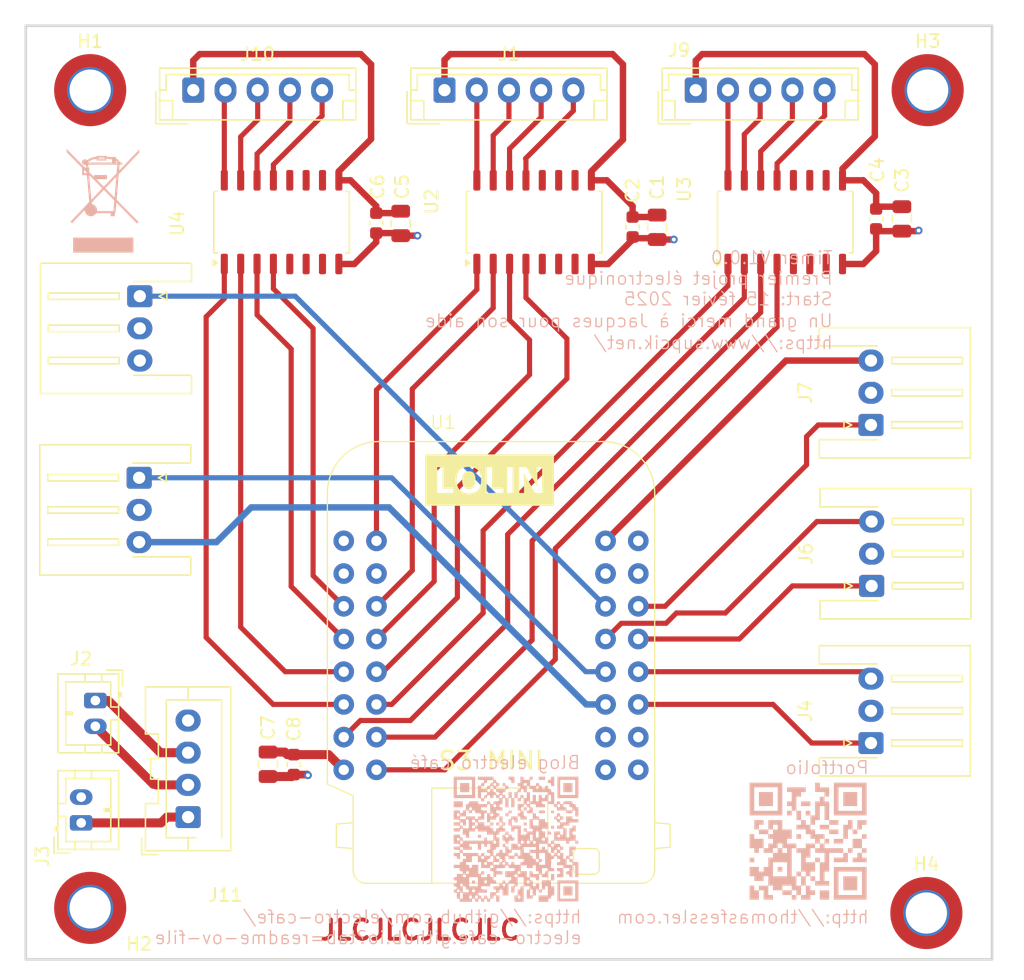
<source format=kicad_pcb>
(kicad_pcb (version 20241229) (generator "pcbnew") (generator_version "9.0")
  (layers (0 "F.Cu" signal) (4 "In1.Cu" signal) (6 "In2.Cu" signal) (2 "B.Cu" signal) (13 "F.Paste" user) (15 "B.Paste" user) (5 "F.SilkS" user "F.Silkscreen") (7 "B.SilkS" user "B.Silkscreen") (1 "F.Mask" user) (3 "B.Mask" user) (25 "Edge.Cuts" user))
  (net 0 "")
  (net 1 "GND")
  (net 2 "WS2812_Led")
  (net 3 "+5V")
  (net 4 "M1D")
  (net 5 "M1A")
  (net 6 "M1C")
  (net 7 "M1B")
  (net 8 "Net-(U3-O1)")
  (net 9 "Net-(U3-O2)")
  (net 10 "Net-(U3-O3)")
  (net 11 "Net-(U3-O4)")
  (net 12 "Net-(U4-O1)")
  (net 13 "Net-(U4-O3)")
  (net 14 "Net-(U4-O2)")
  (net 15 "Net-(U4-O4)")
  (net 16 "Switch_Led_control_Down")
  (net 17 "M2A")
  (net 18 "M3C")
  (net 19 "M3B")
  (net 20 "Switch_motor_1_Down")
  (net 21 "M2B")
  (net 22 "Switch_motor_3_Down")
  (net 23 "Switch_motor_3_Up")
  (net 24 "Switch_motor_2_Up")
  (net 25 "Switch_motor_2_Down")
  (net 26 "Switch_Led_control_Up")
  (net 27 "M3D")
  (net 28 "M2C")
  (net 29 "M3A")
  (net 30 "M2D")
  (net 31 "Switch_motor_1_Up")
  (net 44 "Net-(U2-O1)")
  (net 45 "Net-(U2-O4)")
  (net 46 "Net-(U2-O3)")
  (net 47 "Net-(U2-O2)")
  (net 62 "-BATT")
  (net 63 "+BATT")
  (net 64 "On{slash}off")
  (footprint "MountingHole:MountingHole_3.2mm_M3_DIN965_Pad_TopOnly" (layer "F.Cu") (at 120 45)
    (property "Reference" "H3" (at 0 -3.8 0) (layer "F.SilkS"))
    (property "Value" "MountingHole" (hide yes))
    (pad "1" thru_hole circle (at 0 0) (size 3.6 3.6) (drill 3.2) (layers "*.Cu" "*.Mask"))
    (pad "1" connect circle (at 0 0) (size 5.6 5.6) (layers "F.Cu" "F.Mask"))
  )
  (footprint "Capacitor_SMD:C_0805_2012Metric" (layer "F.Cu") (at 68.8 97.35 -90)
    (property "Reference" "C7" (at -2.85 0 90) (layer "F.SilkS"))
    (property "Value" "10uF")
    (pad "1" smd roundrect (at -0.95 0 270) (size 1 1.45) (layers "F.Cu" "F.Mask" "F.Paste") (net 3 "+5V"))
    (pad "2" smd roundrect (at 0.95 0 270) (size 1 1.45) (layers "F.Cu" "F.Mask" "F.Paste") (net 1 "GND"))
  )
  (footprint "Connector_JST:JST_XH_S3B-XH-A-1_1x03_P2.50mm_Horizontal" (layer "F.Cu") (at 58.85 61 -90)
    (property "Reference" "J8" (hide yes))
    (property "Value" "JST_03_Led_panel")
    (pad "1" thru_hole roundrect (at 0 0 270) (size 1.7 1.95) (drill 0.95) (layers "*.Cu" "*.Mask") (roundrect_rratio 0.147059) (net 2 "WS2812_Led"))
    (pad "2" thru_hole oval (at 2.5 0 270) (size 1.7 1.95) (drill 0.95) (layers "*.Cu" "*.Mask") (net 3 "+5V"))
    (pad "3" thru_hole oval (at 5 0 270) (size 1.7 1.95) (drill 0.95) (layers "*.Cu" "*.Mask") (net 1 "GND"))
  )
  (footprint "Capacitor_SMD:C_0603_1608Metric" (layer "F.Cu") (at 77.2 55.325 90)
    (property "Reference" "C6" (at 2.825 0.1 90) (layer "F.SilkS"))
    (property "Value" "100nF")
    (pad "1" smd roundrect (at -0.775 0 90) (size 0.9 0.95) (layers "F.Cu" "F.Mask" "F.Paste") (net 1 "GND"))
    (pad "2" smd roundrect (at 0.775 0 90) (size 0.9 0.95) (layers "F.Cu" "F.Mask" "F.Paste") (net 3 "+5V"))
  )
  (footprint "Package_SO:SOIC-16_4.55x10.3mm_P1.27mm" (layer "F.Cu") (at 89.455 55.25 90)
    (property "Reference" "U2" (at 1.6 -7.955 90) (layer "F.SilkS"))
    (property "Value" "ULN2003")
    (pad "1" smd roundrect (at -3.25 -4.445 90) (size 1.6 0.55) (layers "F.Cu" "F.Mask" "F.Paste") (net 5 "M1A"))
    (pad "2" smd roundrect (at -3.25 -3.175 90) (size 1.6 0.55) (layers "F.Cu" "F.Mask" "F.Paste") (net 7 "M1B"))
    (pad "3" smd roundrect (at -3.25 -1.905 90) (size 1.6 0.55) (layers "F.Cu" "F.Mask" "F.Paste") (net 6 "M1C"))
    (pad "4" smd roundrect (at -3.25 -0.635 90) (size 1.6 0.55) (layers "F.Cu" "F.Mask" "F.Paste") (net 4 "M1D"))
    (pad "5" smd roundrect (at -3.25 0.635 90) (size 1.6 0.55) (layers "F.Cu" "F.Mask" "F.Paste"))
    (pad "6" smd roundrect (at -3.25 1.905 90) (size 1.6 0.55) (layers "F.Cu" "F.Mask" "F.Paste"))
    (pad "7" smd roundrect (at -3.25 3.175 90) (size 1.6 0.55) (layers "F.Cu" "F.Mask" "F.Paste"))
    (pad "8" smd roundrect (at -3.25 4.445 90) (size 1.6 0.55) (layers "F.Cu" "F.Mask" "F.Paste") (net 1 "GND"))
    (pad "9" smd roundrect (at 3.25 4.445 90) (size 1.6 0.55) (layers "F.Cu" "F.Mask" "F.Paste") (net 3 "+5V"))
    (pad "10" smd roundrect (at 3.25 3.175 90) (size 1.6 0.55) (layers "F.Cu" "F.Mask" "F.Paste"))
    (pad "11" smd roundrect (at 3.25 1.905 90) (size 1.6 0.55) (layers "F.Cu" "F.Mask" "F.Paste"))
    (pad "12" smd roundrect (at 3.25 0.635 90) (size 1.6 0.55) (layers "F.Cu" "F.Mask" "F.Paste"))
    (pad "13" smd roundrect (at 3.25 -0.635 90) (size 1.6 0.55) (layers "F.Cu" "F.Mask" "F.Paste") (net 45 "Net-(U2-O4)"))
    (pad "14" smd roundrect (at 3.25 -1.905 90) (size 1.6 0.55) (layers "F.Cu" "F.Mask" "F.Paste") (net 46 "Net-(U2-O3)"))
    (pad "15" smd roundrect (at 3.25 -3.175 90) (size 1.6 0.55) (layers "F.Cu" "F.Mask" "F.Paste") (net 47 "Net-(U2-O2)"))
    (pad "16" smd roundrect (at 3.25 -4.445 90) (size 1.6 0.55) (layers "F.Cu" "F.Mask" "F.Paste") (net 44 "Net-(U2-O1)"))
  )
  (footprint "Capacitor_SMD:C_0603_1608Metric" (layer "F.Cu") (at 97.1 55.625 90)
    (property "Reference" "C2" (at 2.825 0 90) (layer "F.SilkS"))
    (property "Value" "100nF")
    (pad "1" smd roundrect (at -0.775 0 90) (size 0.9 0.95) (layers "F.Cu" "F.Mask" "F.Paste") (net 1 "GND"))
    (pad "2" smd roundrect (at 0.775 0 90) (size 0.9 0.95) (layers "F.Cu" "F.Mask" "F.Paste") (net 3 "+5V"))
  )
  (footprint "MountingHole:MountingHole_3.2mm_M3_DIN965_Pad_TopOnly" (layer "F.Cu") (at 119.9 108.9)
    (property "Reference" "H4" (at 0 -3.8 0) (layer "F.SilkS"))
    (property "Value" "MountingHole")
    (pad "1" thru_hole circle (at 0 0) (size 3.6 3.6) (drill 3.2) (layers "*.Cu" "*.Mask"))
    (pad "1" connect circle (at 0 0) (size 5.6 5.6) (layers "F.Cu" "F.Mask"))
  )
  (footprint "Package_SO:SOIC-16_4.55x10.3mm_P1.27mm" (layer "F.Cu") (at 69.855 55.25 90)
    (property "Reference" "U4" (at -0.1 -8.105 90) (layer "F.SilkS"))
    (property "Value" "ULN2003")
    (pad "1" smd roundrect (at -3.25 -4.445 90) (size 1.6 0.55) (layers "F.Cu" "F.Mask" "F.Paste") (net 29 "M3A"))
    (pad "2" smd roundrect (at -3.25 -3.175 90) (size 1.6 0.55) (layers "F.Cu" "F.Mask" "F.Paste") (net 19 "M3B"))
    (pad "3" smd roundrect (at -3.25 -1.905 90) (size 1.6 0.55) (layers "F.Cu" "F.Mask" "F.Paste") (net 18 "M3C"))
    (pad "4" smd roundrect (at -3.25 -0.635 90) (size 1.6 0.55) (layers "F.Cu" "F.Mask" "F.Paste") (net 27 "M3D"))
    (pad "5" smd roundrect (at -3.25 0.635 90) (size 1.6 0.55) (layers "F.Cu" "F.Mask" "F.Paste"))
    (pad "6" smd roundrect (at -3.25 1.905 90) (size 1.6 0.55) (layers "F.Cu" "F.Mask" "F.Paste"))
    (pad "7" smd roundrect (at -3.25 3.175 90) (size 1.6 0.55) (layers "F.Cu" "F.Mask" "F.Paste"))
    (pad "8" smd roundrect (at -3.25 4.445 90) (size 1.6 0.55) (layers "F.Cu" "F.Mask" "F.Paste") (net 1 "GND"))
    (pad "9" smd roundrect (at 3.25 4.445 90) (size 1.6 0.55) (layers "F.Cu" "F.Mask" "F.Paste") (net 3 "+5V"))
    (pad "10" smd roundrect (at 3.25 3.175 90) (size 1.6 0.55) (layers "F.Cu" "F.Mask" "F.Paste"))
    (pad "11" smd roundrect (at 3.25 1.905 90) (size 1.6 0.55) (layers "F.Cu" "F.Mask" "F.Paste"))
    (pad "12" smd roundrect (at 3.25 0.635 90) (size 1.6 0.55) (layers "F.Cu" "F.Mask" "F.Paste"))
    (pad "13" smd roundrect (at 3.25 -0.635 90) (size 1.6 0.55) (layers "F.Cu" "F.Mask" "F.Paste") (net 15 "Net-(U4-O4)"))
    (pad "14" smd roundrect (at 3.25 -1.905 90) (size 1.6 0.55) (layers "F.Cu" "F.Mask" "F.Paste") (net 13 "Net-(U4-O3)"))
    (pad "15" smd roundrect (at 3.25 -3.175 90) (size 1.6 0.55) (layers "F.Cu" "F.Mask" "F.Paste") (net 14 "Net-(U4-O2)"))
    (pad "16" smd roundrect (at 3.25 -4.445 90) (size 1.6 0.55) (layers "F.Cu" "F.Mask" "F.Paste") (net 12 "Net-(U4-O1)"))
  )
  (footprint "Connector_JST:JST_XH_S3B-XH-A-1_1x03_P2.50mm_Horizontal" (layer "F.Cu") (at 115.6 95.7 90)
    (property "Reference" "J4" (at 2.5 -5.1 90) (layer "F.SilkS"))
    (property "Value" "JST_03")
    (pad "1" thru_hole roundrect (at 0 0 90) (size 1.7 1.95) (drill 0.95) (layers "*.Cu" "*.Mask") (roundrect_rratio 0.147059) (net 26 "Switch_Led_control_Up"))
    (pad "2" thru_hole oval (at 2.5 0 90) (size 1.7 1.95) (drill 0.95) (layers "*.Cu" "*.Mask") (net 1 "GND"))
    (pad "3" thru_hole oval (at 5 0 90) (size 1.7 1.95) (drill 0.95) (layers "*.Cu" "*.Mask") (net 16 "Switch_Led_control_Down"))
  )
  (footprint "Connector_JST:JST_PH_B2B-PH-K_1x02_P2.00mm_Vertical" (layer "F.Cu") (at 55.4 92.4 -90)
    (property "Reference" "J2" (at -3.25 1.1 0) (layer "F.SilkS"))
    (property "Value" "battery")
    (pad "1" thru_hole roundrect (at 0 0 270) (size 1.2 1.75) (drill 0.75) (layers "*.Cu" "*.Mask") (roundrect_rratio 0.208333) (net 62 "-BATT"))
    (pad "2" thru_hole oval (at 2 0 270) (size 1.2 1.75) (drill 0.75) (layers "*.Cu" "*.Mask") (net 63 "+BATT"))
  )
  (footprint "MountingHole:MountingHole_3.2mm_M3_DIN965_Pad_TopOnly" (layer "F.Cu") (at 55 108.5)
    (property "Reference" "H2" (at 3.8 2.8 0) (layer "F.SilkS"))
    (property "Value" "MountingHole" (hide yes))
    (pad "1" thru_hole circle (at 0 0) (size 3.6 3.6) (drill 3.2) (layers "*.Cu" "*.Mask"))
    (pad "1" connect circle (at 0 0) (size 5.6 5.6) (layers "F.Cu" "F.Mask"))
  )
  (footprint "Capacitor_SMD:C_0805_2012Metric" (layer "F.Cu") (at 118 55 90)
    (property "Reference" "C3" (at 3 0 90) (layer "F.SilkS"))
    (property "Value" "10uF")
    (pad "1" smd roundrect (at -0.95 0 90) (size 1 1.45) (layers "F.Cu" "F.Mask" "F.Paste") (net 1 "GND"))
    (pad "2" smd roundrect (at 0.95 0 90) (size 1 1.45) (layers "F.Cu" "F.Mask" "F.Paste") (net 3 "+5V"))
  )
  (footprint "Weemos:S3 Mini" (layer "F.Cu") (at 86.11 88.89)
    (property "Reference" "U1" (at -3.71 -18.09 0) (layer "F.SilkS") (effects (font (thickness 0.1))))
    (property "Value" "~")
    (fp_text user "S3 MINI" (at 0 9 0) (layer "F.SilkS") (effects (font (size 1.4 1.4) (thickness 0.2)) (justify bottom)))
    (pad "1" thru_hole circle (at -11.43 -8.89) (size 1.6 1.6) (drill 0.8) (layers "*.Cu" "*.Mask"))
    (pad "2" thru_hole circle (at -8.89 -8.89) (size 1.6 1.6) (drill 0.8) (layers "*.Cu" "*.Mask") (net 5 "M1A"))
    (pad "3" thru_hole circle (at -11.43 -6.35) (size 1.6 1.6) (drill 0.8) (layers "*.Cu" "*.Mask"))
    (pad "4" thru_hole circle (at -8.89 -6.35) (size 1.6 1.6) (drill 0.8) (layers "*.Cu" "*.Mask"))
    (pad "5" thru_hole circle (at -11.43 -3.81) (size 1.6 1.6) (drill 0.8) (layers "*.Cu" "*.Mask") (net 27 "M3D"))
    (pad "6" thru_hole circle (at -8.89 -3.81) (size 1.6 1.6) (drill 0.8) (layers "*.Cu" "*.Mask") (net 7 "M1B"))
    (pad "7" thru_hole circle (at -11.43 -1.27) (size 1.6 1.6) (drill 0.8) (layers "*.Cu" "*.Mask") (net 18 "M3C"))
    (pad "8" thru_hole circle (at -8.89 -1.27) (size 1.6 1.6) (drill 0.8) (layers "*.Cu" "*.Mask") (net 6 "M1C"))
    (pad "9" thru_hole circle (at -11.43 1.27) (size 1.6 1.6) (drill 0.8) (layers "*.Cu" "*.Mask") (net 19 "M3B"))
    (pad "10" thru_hole circle (at -8.89 1.27) (size 1.6 1.6) (drill 0.8) (layers "*.Cu" "*.Mask") (net 4 "M1D"))
    (pad "11" thru_hole circle (at -11.43 3.81) (size 1.6 1.6) (drill 0.8) (layers "*.Cu" "*.Mask") (net 29 "M3A"))
    (pad "12" thru_hole circle (at -8.89 3.81) (size 1.6 1.6) (drill 0.8) (layers "*.Cu" "*.Mask") (net 17 "M2A"))
    (pad "13" thru_hole circle (at -11.43 6.35) (size 1.6 1.6) (drill 0.8) (layers "*.Cu" "*.Mask") (net 21 "M2B"))
    (pad "14" thru_hole circle (at -8.89 6.35) (size 1.6 1.6) (drill 0.8) (layers "*.Cu" "*.Mask") (net 28 "M2C"))
    (pad "15" thru_hole circle (at -11.43 8.89) (size 1.6 1.6) (drill 0.8) (layers "*.Cu" "*.Mask") (net 3 "+5V"))
    (pad "16" thru_hole circle (at -8.89 8.89) (size 1.6 1.6) (drill 0.8) (layers "*.Cu" "*.Mask") (net 30 "M2D"))
    (pad "17" thru_hole circle (at 8.89 -8.89) (size 1.6 1.6) (drill 0.8) (layers "*.Cu" "*.Mask") (net 23 "Switch_motor_3_Up"))
    (pad "18" thru_hole circle (at 11.43 -8.89) (size 1.6 1.6) (drill 0.8) (layers "*.Cu" "*.Mask"))
    (pad "19" thru_hole circle (at 8.89 -6.35) (size 1.6 1.6) (drill 0.8) (layers "*.Cu" "*.Mask"))
    (pad "20" thru_hole circle (at 11.43 -6.35) (size 1.6 1.6) (drill 0.8) (layers "*.Cu" "*.Mask"))
    (pad "21" thru_hole circle (at 8.89 -3.81) (size 1.6 1.6) (drill 0.8) (layers "*.Cu" "*.Mask") (net 2 "WS2812_Led"))
    (pad "22" thru_hole circle (at 11.43 -3.81) (size 1.6 1.6) (drill 0.8) (layers "*.Cu" "*.Mask") (net 22 "Switch_motor_3_Down"))
    (pad "23" thru_hole circle (at 8.89 -1.27) (size 1.6 1.6) (drill 0.8) (layers "*.Cu" "*.Mask") (net 24 "Switch_motor_2_Up"))
    (pad "24" thru_hole circle (at 11.43 -1.27) (size 1.6 1.6) (drill 0.8) (layers "*.Cu" "*.Mask") (net 25 "Switch_motor_2_Down"))
    (pad "25" thru_hole circle (at 8.89 1.27) (size 1.6 1.6) (drill 0.8) (layers "*.Cu" "*.Mask") (net 31 "Switch_motor_1_Up"))
    (pad "26" thru_hole circle (at 11.43 1.27) (size 1.6 1.6) (drill 0.8) (layers "*.Cu" "*.Mask") (net 16 "Switch_Led_control_Down"))
    (pad "27" thru_hole circle (at 8.89 3.81) (size 1.6 1.6) (drill 0.8) (layers "*.Cu" "*.Mask") (net 20 "Switch_motor_1_Down"))
    (pad "28" thru_hole circle (at 11.43 3.81) (size 1.6 1.6) (drill 0.8) (layers "*.Cu" "*.Mask") (net 26 "Switch_Led_control_Up"))
    (pad "29" thru_hole circle (at 8.89 6.35) (size 1.6 1.6) (drill 0.8) (layers "*.Cu" "*.Mask") (net 1 "GND"))
    (pad "30" thru_hole circle (at 11.43 6.35) (size 1.6 1.6) (drill 0.8) (layers "*.Cu" "*.Mask") (net 1 "GND"))
    (pad "31" thru_hole circle (at 8.89 8.89) (size 1.6 1.6) (drill 0.8) (layers "*.Cu" "*.Mask"))
    (pad "32" thru_hole circle (at 11.43 8.89) (size 1.6 1.6) (drill 0.8) (layers "*.Cu" "*.Mask"))
  )
  (footprint "Connector_JST:JST_PH_B2B-PH-K_1x02_P2.00mm_Vertical" (layer "F.Cu") (at 54.3 101.9 90)
    (property "Reference" "J3" (at -2.6 -3 90) (layer "F.SilkS"))
    (property "Value" "On/off")
    (pad "1" thru_hole roundrect (at 0 0 90) (size 1.2 1.75) (drill 0.75) (layers "*.Cu" "*.Mask") (roundrect_rratio 0.208333) (net 64 "On{slash}off"))
    (pad "2" thru_hole oval (at 2 0 90) (size 1.2 1.75) (drill 0.75) (layers "*.Cu" "*.Mask") (net 3 "+5V"))
  )
  (footprint "Capacitor_SMD:C_0805_2012Metric" (layer "F.Cu") (at 79.1 55.35 90)
    (property "Reference" "C5" (at 2.85 0.1 90) (layer "F.SilkS"))
    (property "Value" "10uF")
    (pad "1" smd roundrect (at -0.95 0 90) (size 1 1.45) (layers "F.Cu" "F.Mask" "F.Paste") (net 1 "GND"))
    (pad "2" smd roundrect (at 0.95 0 90) (size 1 1.45) (layers "F.Cu" "F.Mask" "F.Paste") (net 3 "+5V"))
  )
  (footprint "Connector_JST:JST_XH_S3B-XH-A-1_1x03_P2.50mm_Horizontal" (layer "F.Cu") (at 115.6 71 90)
    (property "Reference" "J7" (at 2.5 -5.1 90) (layer "F.SilkS"))
    (property "Value" "JST_03")
    (pad "1" thru_hole roundrect (at 0 0 90) (size 1.7 1.95) (drill 0.95) (layers "*.Cu" "*.Mask") (roundrect_rratio 0.147059) (net 22 "Switch_motor_3_Down"))
    (pad "2" thru_hole oval (at 2.5 0 90) (size 1.7 1.95) (drill 0.95) (layers "*.Cu" "*.Mask") (net 1 "GND"))
    (pad "3" thru_hole oval (at 5 0 90) (size 1.7 1.95) (drill 0.95) (layers "*.Cu" "*.Mask") (net 23 "Switch_motor_3_Up"))
  )
  (footprint "Package_SO:SOIC-16_4.55x10.3mm_P1.27mm" (layer "F.Cu") (at 108.945 55.25 90)
    (property "Reference" "U3" (at 2.55 -7.845 90) (layer "F.SilkS"))
    (property "Value" "ULN2003")
    (pad "1" smd roundrect (at -3.25 -4.445 90) (size 1.6 0.55) (layers "F.Cu" "F.Mask" "F.Paste") (net 17 "M2A"))
    (pad "2" smd roundrect (at -3.25 -3.175 90) (size 1.6 0.55) (layers "F.Cu" "F.Mask" "F.Paste") (net 21 "M2B"))
    (pad "3" smd roundrect (at -3.25 -1.905 90) (size 1.6 0.55) (layers "F.Cu" "F.Mask" "F.Paste") (net 28 "M2C"))
    (pad "4" smd roundrect (at -3.25 -0.635 90) (size 1.6 0.55) (layers "F.Cu" "F.Mask" "F.Paste") (net 30 "M2D"))
    (pad "5" smd roundrect (at -3.25 0.635 90) (size 1.6 0.55) (layers "F.Cu" "F.Mask" "F.Paste"))
    (pad "6" smd roundrect (at -3.25 1.905 90) (size 1.6 0.55) (layers "F.Cu" "F.Mask" "F.Paste"))
    (pad "7" smd roundrect (at -3.25 3.175 90) (size 1.6 0.55) (layers "F.Cu" "F.Mask" "F.Paste"))
    (pad "8" smd roundrect (at -3.25 4.445 90) (size 1.6 0.55) (layers "F.Cu" "F.Mask" "F.Paste") (net 1 "GND"))
    (pad "9" smd roundrect (at 3.25 4.445 90) (size 1.6 0.55) (layers "F.Cu" "F.Mask" "F.Paste") (net 3 "+5V"))
    (pad "10" smd roundrect (at 3.25 3.175 90) (size 1.6 0.55) (layers "F.Cu" "F.Mask" "F.Paste"))
    (pad "11" smd roundrect (at 3.25 1.905 90) (size 1.6 0.55) (layers "F.Cu" "F.Mask" "F.Paste"))
    (pad "12" smd roundrect (at 3.25 0.635 90) (size 1.6 0.55) (layers "F.Cu" "F.Mask" "F.Paste"))
    (pad "13" smd roundrect (at 3.25 -0.635 90) (size 1.6 0.55) (layers "F.Cu" "F.Mask" "F.Paste") (net 11 "Net-(U3-O4)"))
    (pad "14" smd roundrect (at 3.25 -1.905 90) (size 1.6 0.55) (layers "F.Cu" "F.Mask" "F.Paste") (net 10 "Net-(U3-O3)"))
    (pad "15" smd roundrect (at 3.25 -3.175 90) (size 1.6 0.55) (layers "F.Cu" "F.Mask" "F.Paste") (net 9 "Net-(U3-O2)"))
    (pad "16" smd roundrect (at 3.25 -4.445 90) (size 1.6 0.55) (layers "F.Cu" "F.Mask" "F.Paste") (net 8 "Net-(U3-O1)"))
  )
  (footprint "Connector_JST:JST_EH_B5B-EH-A_1x05_P2.50mm_Vertical" (layer "F.Cu") (at 82.5 45)
    (property "Reference" "J1" (at 5 -2.8 0) (layer "F.SilkS"))
    (property "Value" "JST_05")
    (pad "1" thru_hole roundrect (at 0 0) (size 1.7 1.95) (drill 0.95) (layers "*.Cu" "*.Mask") (roundrect_rratio 0.147059) (net 3 "+5V"))
    (pad "2" thru_hole oval (at 2.5 0) (size 1.7 1.95) (drill 0.95) (layers "*.Cu" "*.Mask") (net 44 "Net-(U2-O1)"))
    (pad "3" thru_hole oval (at 5 0) (size 1.7 1.95) (drill 0.95) (layers "*.Cu" "*.Mask") (net 47 "Net-(U2-O2)"))
    (pad "4" thru_hole oval (at 7.5 0) (size 1.7 1.95) (drill 0.95) (layers "*.Cu" "*.Mask") (net 46 "Net-(U2-O3)"))
    (pad "5" thru_hole oval (at 10 0) (size 1.7 1.95) (drill 0.95) (layers "*.Cu" "*.Mask") (net 45 "Net-(U2-O4)"))
  )
  (footprint "Connector_JST:JST_XA_B04B-XASK-1-A_1x04_P2.50mm_Vertical" (layer "F.Cu") (at 62.6 101.45 90)
    (property "Reference" "J11" (at -6.05 2.9 180) (layer "F.SilkS"))
    (property "Value" "Conn_01x04_Pin")
    (pad "" np_thru_hole circle (at -1.6 1.6 90) (size 1.25 1.25) (drill 1.25) (layers "*.Cu" "*.Mask"))
    (pad "1" thru_hole roundrect (at 0 0 90) (size 1.7 1.95) (drill 0.95) (layers "*.Cu" "*.Mask") (roundrect_rratio 0.147059) (net 64 "On{slash}off"))
    (pad "2" thru_hole oval (at 2.5 0 90) (size 1.7 1.95) (drill 0.95) (layers "*.Cu" "*.Mask") (net 63 "+BATT"))
    (pad "3" thru_hole oval (at 5 0 90) (size 1.7 1.95) (drill 0.95) (layers "*.Cu" "*.Mask") (net 62 "-BATT"))
    (pad "4" thru_hole oval (at 7.5 0 90) (size 1.7 1.95) (drill 0.95) (layers "*.Cu" "*.Mask") (net 1 "GND"))
  )
  (footprint "Connector_JST:JST_EH_B5B-EH-A_1x05_P2.50mm_Vertical" (layer "F.Cu") (at 63 45)
    (property "Reference" "J10" (at 5 -2.8 0) (layer "F.SilkS"))
    (property "Value" "JST_05")
    (pad "1" thru_hole roundrect (at 0 0) (size 1.7 1.95) (drill 0.95) (layers "*.Cu" "*.Mask") (roundrect_rratio 0.147059) (net 3 "+5V"))
    (pad "2" thru_hole oval (at 2.5 0) (size 1.7 1.95) (drill 0.95) (layers "*.Cu" "*.Mask") (net 12 "Net-(U4-O1)"))
    (pad "3" thru_hole oval (at 5 0) (size 1.7 1.95) (drill 0.95) (layers "*.Cu" "*.Mask") (net 14 "Net-(U4-O2)"))
    (pad "4" thru_hole oval (at 7.5 0) (size 1.7 1.95) (drill 0.95) (layers "*.Cu" "*.Mask") (net 13 "Net-(U4-O3)"))
    (pad "5" thru_hole oval (at 10 0) (size 1.7 1.95) (drill 0.95) (layers "*.Cu" "*.Mask") (net 15 "Net-(U4-O4)"))
  )
  (footprint "Capacitor_SMD:C_0603_1608Metric" (layer "F.Cu") (at 70.8 97.375 -90)
    (property "Reference" "C8" (at -2.775 0 90) (layer "F.SilkS"))
    (property "Value" "100nF")
    (pad "1" smd roundrect (at -0.775 0 270) (size 0.9 0.95) (layers "F.Cu" "F.Mask" "F.Paste") (net 3 "+5V"))
    (pad "2" smd roundrect (at 0.775 0 270) (size 0.9 0.95) (layers "F.Cu" "F.Mask" "F.Paste") (net 1 "GND"))
  )
  (footprint "Capacitor_SMD:C_0805_2012Metric" (layer "F.Cu") (at 99 55.65 90)
    (property "Reference" "C1" (at 3.1 0 90) (layer "F.SilkS"))
    (property "Value" "10uF")
    (pad "1" smd roundrect (at -0.95 0 90) (size 1 1.45) (layers "F.Cu" "F.Mask" "F.Paste") (net 1 "GND"))
    (pad "2" smd roundrect (at 0.95 0 90) (size 1 1.45) (layers "F.Cu" "F.Mask" "F.Paste") (net 3 "+5V"))
  )
  (footprint "Connector_JST:JST_XH_S3B-XH-A-1_1x03_P2.50mm_Horizontal" (layer "F.Cu") (at 58.8 75.1 -90)
    (property "Reference" "J5" (hide yes))
    (property "Value" "JST_03")
    (pad "1" thru_hole roundrect (at 0 0 270) (size 1.7 1.95) (drill 0.95) (layers "*.Cu" "*.Mask") (roundrect_rratio 0.147059) (net 31 "Switch_motor_1_Up"))
    (pad "2" thru_hole oval (at 2.5 0 270) (size 1.7 1.95) (drill 0.95) (layers "*.Cu" "*.Mask") (net 1 "GND"))
    (pad "3" thru_hole oval (at 5 0 270) (size 1.7 1.95) (drill 0.95) (layers "*.Cu" "*.Mask") (net 20 "Switch_motor_1_Down"))
  )
  (footprint "Capacitor_SMD:C_0603_1608Metric" (layer "F.Cu") (at 116 55 -90)
    (property "Reference" "C4" (at -3.8 -0.1 90) (layer "F.SilkS"))
    (property "Value" "100nF")
    (pad "1" smd roundrect (at -0.775 0 270) (size 0.9 0.95) (layers "F.Cu" "F.Mask" "F.Paste") (net 3 "+5V"))
    (pad "2" smd roundrect (at 0.775 0 270) (size 0.9 0.95) (layers "F.Cu" "F.Mask" "F.Paste") (net 1 "GND"))
  )
  (footprint "MountingHole:MountingHole_3.2mm_M3_DIN965_Pad_TopOnly" (layer "F.Cu") (at 55 45)
    (property "Reference" "H1" (at 0 -3.8 0) (layer "F.SilkS"))
    (property "Value" "MountingHole")
    (pad "1" thru_hole circle (at 0 0) (size 3.6 3.6) (drill 3.2) (layers "*.Cu" "*.Mask"))
    (pad "1" connect circle (at 0 0) (size 5.6 5.6) (layers "F.Cu" "F.Mask"))
  )
  (footprint "Connector_JST:JST_XH_S3B-XH-A-1_1x03_P2.50mm_Horizontal" (layer "F.Cu") (at 115.65 83.5 90)
    (property "Reference" "J6" (at 2.5 -5.1 90) (layer "F.SilkS"))
    (property "Value" "JST_03")
    (pad "1" thru_hole roundrect (at 0 0 90) (size 1.7 1.95) (drill 0.95) (layers "*.Cu" "*.Mask") (roundrect_rratio 0.147059) (net 25 "Switch_motor_2_Down"))
    (pad "2" thru_hole oval (at 2.5 0 90) (size 1.7 1.95) (drill 0.95) (layers "*.Cu" "*.Mask") (net 1 "GND"))
    (pad "3" thru_hole oval (at 5 0 90) (size 1.7 1.95) (drill 0.95) (layers "*.Cu" "*.Mask") (net 24 "Switch_motor_2_Up"))
  )
  (footprint "Connector_JST:JST_EH_B5B-EH-A_1x05_P2.50mm_Vertical" (layer "F.Cu") (at 102 45)
    (property "Reference" "J9" (at -1.3 -3.1 0) (layer "F.SilkS"))
    (property "Value" "JST_05")
    (pad "1" thru_hole roundrect (at 0 0) (size 1.7 1.95) (drill 0.95) (layers "*.Cu" "*.Mask") (roundrect_rratio 0.147059) (net 3 "+5V"))
    (pad "2" thru_hole oval (at 2.5 0) (size 1.7 1.95) (drill 0.95) (layers "*.Cu" "*.Mask") (net 8 "Net-(U3-O1)"))
    (pad "3" thru_hole oval (at 5 0) (size 1.7 1.95) (drill 0.95) (layers "*.Cu" "*.Mask") (net 9 "Net-(U3-O2)"))
    (pad "4" thru_hole oval (at 7.5 0) (size 1.7 1.95) (drill 0.95) (layers "*.Cu" "*.Mask") (net 10 "Net-(U3-O3)"))
    (pad "5" thru_hole oval (at 10 0) (size 1.7 1.95) (drill 0.95) (layers "*.Cu" "*.Mask") (net 11 "Net-(U3-O4)"))
  )
  (footprint "image.preety:QR_portfolio_10x10" (layer "B.Cu") (at 110.7 103.3 180)
    (property "Reference" "G***" (hide yes))
    (property "Value" "LOGO" (hide yes))
  )
  (footprint "Symbol:WEEE-Logo_5.6x8mm_SilkScreen" (layer "B.Cu") (at 56 53.6 180)
    (property "Reference" "REF**" (hide yes))
    (property "Value" "WEEE-Logo_5.6x8mm_SilkScreen" (hide yes))
  )
  (footprint "image.preety:QR_blog_electro_cafe_10x10" (layer "B.Cu") (at 88 103.1 180)
    (property "Reference" "G***" (hide yes))
    (property "Value" "LOGO" (hide yes))
  )
  (gr_rect (start 50 40) (end 125 112.5) (stroke (width 0.2)) (fill no) (layer "Edge.Cuts"))
  (gr_text "JLCJLCJLCJLC" (at 72.7 111.1 0) (layer "F.Cu") (effects (font (size 1.5 1.5) (thickness 0.3) (bold yes)) (justify left bottom)))
  (gr_text "Timer V1.0.0" (at 112.7 58.6 0) (layer "B.SilkS") (effects (font (size 1 1) (thickness 0.1)) (justify left bottom mirror)))
  (gr_text "http://thomasfessler.com\n" (at 115.5 109.8 0) (layer "B.SilkS") (effects (font (size 1 1) (thickness 0.1)) (justify left bottom mirror)))
  (gr_text "Un grand merci à Jacques pour son aide" (at 112.7 63.5 0) (layer "B.SilkS") (effects (font (size 1 1) (thickness 0.1)) (justify left bottom mirror)))
  (gr_text "Start: 15 févier 2025" (at 112.7 61.8 0) (layer "B.SilkS") (effects (font (size 1 1) (thickness 0.1)) (justify left bottom mirror)))
  (gr_text "Portfolio\n" (at 115.5 98.2 0) (layer "B.SilkS") (effects (font (size 1 1) (thickness 0.1)) (justify left bottom mirror)))
  (gr_text "Premier projet électronique " (at 112.7 60.2 0) (layer "B.SilkS") (effects (font (size 1 1) (thickness 0.1)) (justify left bottom mirror)))
  (gr_text "https://github.com/electro-cafe/\nelectro-cafe.github.io?tab=readme-ov-file" (at 93.2 111.4 0) (layer "B.SilkS") (effects (font (size 1 1) (thickness 0.1)) (justify left bottom mirror)))
  (gr_text "Blog electro café" (at 93.1 97.8 0) (layer "B.SilkS") (effects (font (size 1 1) (thickness 0.1)) (justify left bottom mirror)))
  (gr_text "https://www.supcik.net/" (at 112.7 65.2 0) (layer "B.SilkS") (effects (font (size 1 1) (thickness 0.1)) (justify left bottom mirror)))
  (segment (start 99 56.6) (end 100.3 56.6) (width 0.5) (layer "F.Cu") (net 1))
  (segment (start 116 57.5) (end 116 55.775) (width 0.5) (layer "F.Cu") (net 1))
  (segment (start 118 55.95) (end 119.25 55.95) (width 0.5) (layer "F.Cu") (net 1))
  (segment (start 115 58.5) (end 116 57.5) (width 0.5) (layer "F.Cu") (net 1))
  (segment (start 118 55.95) (end 116.175 55.95) (width 0.5) (layer "F.Cu") (net 1))
  (segment (start 97.1 56.4) (end 97.2 56.5) (width 0.2) (layer "F.Cu") (net 1))
  (segment (start 70.65 98.3) (end 70.8 98.15) (width 0.7) (layer "F.Cu") (net 1))
  (segment (start 78.9 56.1) (end 79.1 56.3) (width 0.2) (layer "F.Cu") (net 1))
  (segment (start 116.175 55.95) (end 116 55.775) (width 0.5) (layer "F.Cu") (net 1))
  (segment (start 93.9 58.5) (end 95.2 58.5) (width 0.5) (layer "F.Cu") (net 1))
  (segment (start 79.1 56.3) (end 80.4 56.3) (width 0.5) (layer "F.Cu") (net 1))
  (segment (start 95.2 58.5) (end 97.1 56.6) (width 0.5) (layer "F.Cu") (net 1))
  (segment (start 97.2 56.5) (end 98.9 56.5) (width 0.5) (layer "F.Cu") (net 1))
  (segment (start 113.39 58.5) (end 115 58.5) (width 0.5) (layer "F.Cu") (net 1))
  (segment (start 68.8 98.3) (end 70.65 98.3) (width 0.7) (layer "F.Cu") (net 1))
  (segment (start 71.85 98.15) (end 71.9 98.2) (width 0.6) (layer "F.Cu") (net 1))
  (segment (start 119.25 55.95) (end 119.3 55.9) (width 0.5) (layer "F.Cu") (net 1))
  (segment (start 98.9 56.5) (end 99 56.6) (width 0.2) (layer "F.Cu") (net 1))
  (segment (start 70.8 98.15) (end 71.85 98.15) (width 0.6) (layer "F.Cu") (net 1))
  (segment (start 75.5 58.5) (end 77.2 56.8) (width 0.5) (layer "F.Cu") (net 1))
  (segment (start 98.8 56.4) (end 99 56.6) (width 0.6) (layer "F.Cu") (net 1))
  (segment (start 77.2 56.8) (end 77.2 56.1) (width 0.5) (layer "F.Cu") (net 1))
  (segment (start 74.3 58.5) (end 75.5 58.5) (width 0.5) (layer "F.Cu") (net 1))
  (segment (start 97.1 56.6) (end 97.1 56.4) (width 0.6) (layer "F.Cu") (net 1))
  (segment (start 77.2 56.1) (end 78.9 56.1) (width 0.5) (layer "F.Cu") (net 1))
  (via (at 119.3 55.9) (size 0.6) (drill 0.3) (layers "F.Cu" "B.Cu") (net 1))
  (via (at 71.9 98.2) (size 0.6) (drill 0.3) (layers "F.Cu" "B.Cu") (net 1))
  (via (at 100.3 56.6) (size 0.6) (drill 0.3) (layers "F.Cu" "B.Cu") (net 1))
  (via (at 80.4 56.3) (size 0.6) (drill 0.3) (layers "F.Cu" "B.Cu") (net 1))
  (segment (start 70.92 61) (end 58.85 61) (width 0.4) (layer "B.Cu") (net 2))
  (segment (start 95 85.08) (end 70.92 61) (width 0.4) (layer "B.Cu") (net 2))
  (segment (start 115.1 42.2) (end 115.9 43) (width 0.5) (layer "F.Cu") (net 3))
  (segment (start 93.9 52) (end 95.1 52) (width 0.5) (layer "F.Cu") (net 3))
  (segment (start 98.85 54.85) (end 99 54.7) (width 0.2) (layer "F.Cu") (net 3))
  (segment (start 113.39 52) (end 115 52) (width 0.5) (layer "F.Cu") (net 3))
  (segment (start 82.95 42.2) (end 82.5 42.65) (width 0.5) (layer "F.Cu") (net 3))
  (segment (start 115 52) (end 116 53) (width 0.5) (layer "F.Cu") (net 3))
  (segment (start 76.8 43) (end 76 42.2) (width 0.5) (layer "F.Cu") (net 3))
  (segment (start 102 42.7) (end 102.5 42.2) (width 0.5) (layer "F.Cu") (net 3))
  (segment (start 93.9 52) (end 93.9 51.3) (width 0.5) (layer "F.Cu") (net 3))
  (segment (start 75.2 52) (end 74.3 52) (width 0.5) (layer "F.Cu") (net 3))
  (segment (start 97.1 54.85) (end 98.85 54.85) (width 0.5) (layer "F.Cu") (net 3))
  (segment (start 82.5 42.65) (end 82.5 45) (width 0.5) (layer "F.Cu") (net 3))
  (segment (start 95.1 52) (end 97.1 54) (width 0.5) (layer "F.Cu") (net 3))
  (segment (start 78.95 54.55) (end 79.1 54.4) (width 0.2) (layer "F.Cu") (net 3))
  (segment (start 63 42.7) (end 63 45) (width 0.5) (layer "F.Cu") (net 3))
  (segment (start 77.2 54.55) (end 77.2 54) (width 0.5) (layer "F.Cu") (net 3))
  (segment (start 102 45) (end 102 42.7) (width 0.5) (layer "F.Cu") (net 3))
  (segment (start 74.3 51.3) (end 76.8 48.8) (width 0.5) (layer "F.Cu") (net 3))
  (segment (start 74.3 52) (end 74.3 51.3) (width 0.5) (layer "F.Cu") (net 3))
  (segment (start 96.35 43) (end 95.55 42.2) (width 0.5) (layer "F.Cu") (net 3))
  (segment (start 102.5 42.2) (end 115.1 42.2) (width 0.5) (layer "F.Cu") (net 3))
  (segment (start 116 53) (end 116 54.225) (width 0.5) (layer "F.Cu") (net 3))
  (segment (start 118 54.05) (end 116.175 54.05) (width 0.5) (layer "F.Cu") (net 3))
  (segment (start 70.3 96.6) (end 70.1 96.4) (width 0.7) (layer "F.Cu") (net 3))
  (segment (start 113.39 52) (end 113.39 51.1) (width 0.5) (layer "F.Cu") (net 3))
  (segment (start 63.5 42.2) (end 63 42.7) (width 0.5) (layer "F.Cu") (net 3))
  (segment (start 116.175 54.05) (end 116 54.225) (width 0.5) (layer "F.Cu") (net 3))
  (segment (start 73.5 96.6) (end 74.68 97.78) (width 0.7) (layer "F.Cu") (net 3))
  (segment (start 113.39 51.1) (end 115.9 48.59) (width 0.5) (layer "F.Cu") (net 3))
  (segment (start 76 42.2) (end 63.5 42.2) (width 0.5) (layer "F.Cu") (net 3))
  (segment (start 70.8 96.6) (end 73.5 96.6) (width 0.7) (layer "F.Cu") (net 3))
  (segment (start 76.8 48.8) (end 76.8 43) (width 0.5) (layer "F.Cu") (net 3))
  (segment (start 115.9 43) (end 115.9 48.58) (width 0.5) (layer "F.Cu") (net 3))
  (segment (start 96.35 48.85) (end 96.35 43) (width 0.5) (layer "F.Cu") (net 3))
  (segment (start 77.2 54) (end 75.2 52) (width 0.5) (layer "F.Cu") (net 3))
  (segment (start 93.9 51.3) (end 96.35 48.85) (width 0.5) (layer "F.Cu") (net 3))
  (segment (start 97.1 54) (end 97.1 54.85) (width 0.5) (layer "F.Cu") (net 3))
  (segment (start 70.8 96.6) (end 70.3 96.6) (width 0.7) (layer "F.Cu") (net 3))
  (segment (start 95.55 42.2) (end 82.95 42.2) (width 0.5) (layer "F.Cu") (net 3))
  (segment (start 77.2 54.55) (end 78.95 54.55) (width 0.5) (layer "F.Cu") (net 3))
  (segment (start 70.1 96.4) (end 68.8 96.4) (width 0.7) (layer "F.Cu") (net 3))
  (segment (start 83.5 75.9) (end 92 67.4) (width 0.4) (layer "F.Cu") (net 4))
  (segment (start 83.5 84.4) (end 83.5 75.9) (width 0.4) (layer "F.Cu") (net 4))
  (segment (start 92 67.4) (end 92 64.3) (width 0.4) (layer "F.Cu") (net 4))
  (segment (start 92 64.3) (end 88.82 61.12) (width 0.4) (layer "F.Cu") (net 4))
  (segment (start 77.22 90.16) (end 77.74 90.16) (width 0.4) (layer "F.Cu") (net 4))
  (segment (start 88.82 61.12) (end 88.82 58.5) (width 0.4) (layer "F.Cu") (net 4))
  (segment (start 77.74 90.16) (end 83.5 84.4) (width 0.4) (layer "F.Cu") (net 4))
  (segment (start 85.01 60.49) (end 85.01 58.5) (width 0.4) (layer "F.Cu") (net 5))
  (segment (start 77.22 80) (end 77.22 68.28) (width 0.4) (layer "F.Cu") (net 5))
  (segment (start 77.22 68.28) (end 85.01 60.49) (width 0.4) (layer "F.Cu") (net 5))
  (segment (start 87.55 62.85) (end 87.55 58.5) (width 0.4) (layer "F.Cu") (net 6))
  (segment (start 81.7 83.14) (end 81.7 74.5) (width 0.4) (layer "F.Cu") (net 6))
  (segment (start 89.1 64.4) (end 87.55 62.85) (width 0.4) (layer "F.Cu") (net 6))
  (segment (start 81.7 74.5) (end 89.1 67.1) (width 0.4) (layer "F.Cu") (net 6))
  (segment (start 89.1 67.1) (end 89.1 64.4) (width 0.4) (layer "F.Cu") (net 6))
  (segment (start 77.22 87.62) (end 81.7 83.14) (width 0.4) (layer "F.Cu") (net 6))
  (segment (start 86.28 58.5) (end 86.28 61.92) (width 0.4) (layer "F.Cu") (net 7))
  (segment (start 86.28 61.92) (end 80 68.2) (width 0.4) (layer "F.Cu") (net 7))
  (segment (start 80 82.3) (end 77.22 85.08) (width 0.4) (layer "F.Cu") (net 7))
  (segment (start 80 68.2) (end 80 82.3) (width 0.4) (layer "F.Cu") (net 7))
  (segment (start 104.5 52) (end 104.5 45) (width 0.4) (layer "F.Cu") (net 8))
  (segment (start 105.77 52) (end 105.77 48.43) (width 0.4) (layer "F.Cu") (net 9))
  (segment (start 105.77 48.43) (end 107 47.2) (width 0.4) (layer "F.Cu") (net 9))
  (segment (start 107 47.2) (end 107 45) (width 0.4) (layer "F.Cu") (net 9))
  (segment (start 109.5 47.3) (end 109.5 45) (width 0.4) (layer "F.Cu") (net 10))
  (segment (start 107.04 49.76) (end 109.5 47.3) (width 0.4) (layer "F.Cu") (net 10))
  (segment (start 107.04 52) (end 107.04 49.76) (width 0.4) (layer "F.Cu") (net 10))
  (segment (start 112 47) (end 112 45) (width 0.4) (layer "F.Cu") (net 11))
  (segment (start 108.31 50.69) (end 112 47) (width 0.4) (layer "F.Cu") (net 11))
  (segment (start 108.31 52) (end 108.31 50.69) (width 0.4) (layer "F.Cu") (net 11))
  (segment (start 65.41 52) (end 65.41 45.09) (width 0.4) (layer "F.Cu") (net 12))
  (segment (start 65.41 45.09) (end 65.5 45) (width 0.4) (layer "F.Cu") (net 12))
  (segment (start 67.95 49.95) (end 70.5 47.4) (width 0.4) (layer "F.Cu") (net 13))
  (segment (start 70.5 47.4) (end 70.5 45) (width 0.4) (layer "F.Cu") (net 13))
  (segment (start 67.95 52) (end 67.95 49.95) (width 0.4) (layer "F.Cu") (net 13))
  (segment (start 68 47.3) (end 68 45) (width 0.4) (layer "F.Cu") (net 14))
  (segment (start 66.68 48.62) (end 68 47.3) (width 0.4) (layer "F.Cu") (net 14))
  (segment (start 66.68 52) (end 66.68 48.62) (width 0.4) (layer "F.Cu") (net 14))
  (segment (start 73 47) (end 73 45) (width 0.4) (layer "F.Cu") (net 15))
  (segment (start 69.22 50.78) (end 73 47) (width 0.4) (layer "F.Cu") (net 15))
  (segment (start 69.22 52) (end 69.22 50.78) (width 0.4) (layer "F.Cu") (net 15))
  (segment (start 97.54 90.16) (end 115.06 90.16) (width 0.4) (layer "F.Cu") (net 16))
  (segment (start 115.06 90.16) (end 115.6 90.7) (width 0.4) (layer "F.Cu") (net 16))
  (segment (start 85.5 85.6) (end 85.5 79.2) (width 0.4) (layer "F.Cu") (net 17))
  (segment (start 77.22 92.7) (end 78.4 92.7) (width 0.4) (layer "F.Cu") (net 17))
  (segment (start 78.4 92.7) (end 85.5 85.6) (width 0.4) (layer "F.Cu") (net 17))
  (segment (start 85.5 79.2) (end 104.5 60.2) (width 0.4) (layer "F.Cu") (net 17))
  (segment (start 104.5 60.2) (end 104.5 58.5) (width 0.4) (layer "F.Cu") (net 17))
  (segment (start 67.95 62.45) (end 70.6 65.1) (width 0.4) (layer "F.Cu") (net 18))
  (segment (start 70.6 65.1) (end 70.6 83.54) (width 0.4) (layer "F.Cu") (net 18))
  (segment (start 70.6 83.54) (end 74.68 87.62) (width 0.4) (layer "F.Cu") (net 18))
  (segment (start 67.95 58.5) (end 67.95 62.45) (width 0.4) (layer "F.Cu") (net 18))
  (segment (start 66.68 86.7) (end 66.68 58.5) (width 0.4) (layer "F.Cu") (net 19))
  (segment (start 70.14 90.16) (end 66.68 86.7) (width 0.4) (layer "F.Cu") (net 19))
  (segment (start 74.68 90.16) (end 70.14 90.16) (width 0.4) (layer "F.Cu") (net 19))
  (segment (start 93.5 92.7) (end 78.2 77.4) (width 0.5) (layer "B.Cu") (net 20))
  (segment (start 67.5 77.4) (end 64.8 80.1) (width 0.5) (layer "B.Cu") (net 20))
  (segment (start 95 92.7) (end 93.5 92.7) (width 0.5) (layer "B.Cu") (net 20))
  (segment (start 78.2 77.4) (end 67.5 77.4) (width 0.5) (layer "B.Cu") (net 20))
  (segment (start 64.8 80.1) (end 58.8 80.1) (width 0.5) (layer "B.Cu") (net 20))
  (segment (start 105.77 58.5) (end 105.77 61.13) (width 0.4) (layer "F.Cu") (net 21))
  (segment (start 75.97 93.95) (end 74.68 95.24) (width 0.4) (layer "F.Cu") (net 21))
  (segment (start 105.77 61.13) (end 87.4 79.5) (width 0.4) (layer "F.Cu") (net 21))
  (segment (start 87.4 79.5) (end 87.4 86.4) (width 0.4) (layer "F.Cu") (net 21))
  (segment (start 87.4 86.4) (end 79.85 93.95) (width 0.4) (layer "F.Cu") (net 21))
  (segment (start 79.85 93.95) (end 75.97 93.95) (width 0.4) (layer "F.Cu") (net 21))
  (segment (start 99.62 85.08) (end 110.6 74.1) (width 0.4) (layer "F.Cu") (net 22))
  (segment (start 111.5 71) (end 115.6 71) (width 0.4) (layer "F.Cu") (net 22))
  (segment (start 110.6 74.1) (end 110.6 71.9) (width 0.4) (layer "F.Cu") (net 22))
  (segment (start 97.54 85.08) (end 99.62 85.08) (width 0.4) (layer "F.Cu") (net 22))
  (segment (start 110.6 71.9) (end 111.5 71) (width 0.4) (layer "F.Cu") (net 22))
  (segment (start 115.5 66) (end 115.4 65.9) (width 0.4) (layer "F.Cu") (net 23))
  (segment (start 115.6 66) (end 115.5 66) (width 0.4) (layer "F.Cu") (net 23))
  (segment (start 109 66) (end 95 80) (width 0.5) (layer "F.Cu") (net 23))
  (segment (start 115.6 66) (end 109 66) (width 0.5) (layer "F.Cu") (net 23))
  (segment (start 111.4 78.5) (end 115.65 78.5) (width 0.4) (layer "F.Cu") (net 24))
  (segment (start 99.7 86.4) (end 100.5 85.6) (width 0.4) (layer "F.Cu") (net 24))
  (segment (start 95 87.62) (end 96.22 86.4) (width 0.4) (layer "F.Cu") (net 24))
  (segment (start 104.3 85.6) (end 111.4 78.5) (width 0.4) (layer "F.Cu") (net 24))
  (segment (start 100.5 85.6) (end 104.3 85.6) (width 0.4) (layer "F.Cu") (net 24))
  (segment (start 96.22 86.4) (end 99.7 86.4) (width 0.4) (layer "F.Cu") (net 24))
  (segment (start 109.5 83.5) (end 105.38 87.62) (width 0.4) (layer "F.Cu") (net 25))
  (segment (start 105.38 87.62) (end 97.54 87.62) (width 0.4) (layer "F.Cu") (net 25))
  (segment (start 115.65 83.5) (end 109.5 83.5) (width 0.4) (layer "F.Cu") (net 25))
  (segment (start 115.6 95.7) (end 111 95.7) (width 0.4) (layer "F.Cu") (net 26))
  (segment (start 111 95.7) (end 108 92.7) (width 0.4) (layer "F.Cu") (net 26))
  (segment (start 108 92.7) (end 97.54 92.7) (width 0.4) (layer "F.Cu") (net 26))
  (segment (start 69.22 58.5) (end 69.22 60.42) (width 0.4) (layer "F.Cu") (net 27))
  (segment (start 72.3 82.7) (end 74.68 85.08) (width 0.4) (layer "F.Cu") (net 27))
  (segment (start 72.3 63.5) (end 72.3 82.7) (width 0.4) (layer "F.Cu") (net 27))
  (segment (start 69.22 60.42) (end 72.3 63.5) (width 0.4) (layer "F.Cu") (net 27))
  (segment (start 81.76 95.24) (end 77.22 95.24) (width 0.4) (layer "F.Cu") (net 28))
  (segment (start 107.04 58.5) (end 107.04 62.26) (width 0.4) (layer "F.Cu") (net 28))
  (segment (start 89.3 87.7) (end 81.76 95.24) (width 0.4) (layer "F.Cu") (net 28))
  (segment (start 107.04 62.26) (end 89.3 80) (width 0.4) (layer "F.Cu") (net 28))
  (segment (start 89.3 80) (end 89.3 87.7) (width 0.4) (layer "F.Cu") (net 28))
  (segment (start 65.41 61.19) (end 64 62.6) (width 0.4) (layer "F.Cu") (net 29))
  (segment (start 65.41 58.5) (end 65.41 61.19) (width 0.4) (layer "F.Cu") (net 29))
  (segment (start 69.2 92.7) (end 74.68 92.7) (width 0.4) (layer "F.Cu") (net 29))
  (segment (start 64 62.6) (end 64 87.5) (width 0.4) (layer "F.Cu") (net 29))
  (segment (start 64 87.5) (end 69.2 92.7) (width 0.4) (layer "F.Cu") (net 29))
  (segment (start 91.1 80.6) (end 108.31 63.39) (width 0.4) (layer "F.Cu") (net 30))
  (segment (start 82.52 97.78) (end 91.1 89.2) (width 0.4) (layer "F.Cu") (net 30))
  (segment (start 108.31 63.39) (end 108.31 58.5) (width 0.4) (layer "F.Cu") (net 30))
  (segment (start 91.1 89.2) (end 91.1 80.6) (width 0.4) (layer "F.Cu") (net 30))
  (segment (start 77.22 97.78) (end 82.52 97.78) (width 0.4) (layer "F.Cu") (net 30))
  (segment (start 95 90.16) (end 93.46 90.16) (width 0.4) (layer "B.Cu") (net 31))
  (segment (start 78.4 75.1) (end 58.8 75.1) (width 0.4) (layer "B.Cu") (net 31))
  (segment (start 93.46 90.16) (end 78.4 75.1) (width 0.4) (layer "B.Cu") (net 31))
  (segment (start 85.01 45.01) (end 85 45) (width 0.4) (layer "F.Cu") (net 44))
  (segment (start 85.01 52) (end 85.01 45.01) (width 0.4) (layer "F.Cu") (net 44))
  (segment (start 92.5 46.6) (end 92.5 45) (width 0.4) (layer "F.Cu") (net 45))
  (segment (start 88.8 50.3) (end 92.5 46.6) (width 0.4) (layer "F.Cu") (net 45))
  (segment (start 88.82 50.32) (end 88.8 50.3) (width 0.4) (layer "F.Cu") (net 45))
  (segment (start 88.82 52) (end 88.82 50.32) (width 0.4) (layer "F.Cu") (net 45))
  (segment (start 87.55 49.55) (end 90 47.1) (width 0.4) (layer "F.Cu") (net 46))
  (segment (start 87.55 52) (end 87.55 49.55) (width 0.4) (layer "F.Cu") (net 46))
  (segment (start 90 47.1) (end 90 45) (width 0.4) (layer "F.Cu") (net 46))
  (segment (start 86.28 48.52) (end 87.5 47.3) (width 0.4) (layer "F.Cu") (net 47))
  (segment (start 87.5 47.3) (end 87.5 45) (width 0.4) (layer "F.Cu") (net 47))
  (segment (start 86.28 52) (end 86.28 48.52) (width 0.4) (layer "F.Cu") (net 47))
  (segment (start 60.45 96.45) (end 62.6 96.45) (width 0.7) (layer "F.Cu") (net 62))
  (segment (start 55.4 92.4) (end 56.4 92.4) (width 0.7) (layer "F.Cu") (net 62))
  (segment (start 56.4 92.4) (end 60.45 96.45) (width 0.7) (layer "F.Cu") (net 62))
  (segment (start 60.15 98.95) (end 62.6 98.95) (width 0.7) (layer "F.Cu") (net 63))
  (segment (start 55.4 94.4) (end 59.9 98.9) (width 0.7) (layer "F.Cu") (net 63))
  (segment (start 60.1 98.9) (end 60.15 98.95) (width 0.7) (layer "F.Cu") (net 63))
  (segment (start 59.9 98.9) (end 60.1 98.9) (width 0.7) (layer "F.Cu") (net 63))
  (segment (start 60.95 101.45) (end 60.5 101.9) (width 0.7) (layer "F.Cu") (net 64))
  (segment (start 62.6 101.45) (end 60.95 101.45) (width 0.7) (layer "F.Cu") (net 64))
  (segment (start 60.5 101.9) (end 54.3 101.9) (width 0.7) (layer "F.Cu") (net 64))
)
</source>
